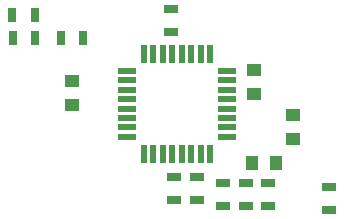
<source format=gbp>
G04 #@! TF.GenerationSoftware,KiCad,Pcbnew,(5.1.10-1-10_14)*
G04 #@! TF.CreationDate,2021-10-01T00:48:21-04:00*
G04 #@! TF.ProjectId,dashboard,64617368-626f-4617-9264-2e6b69636164,rev?*
G04 #@! TF.SameCoordinates,Original*
G04 #@! TF.FileFunction,Paste,Bot*
G04 #@! TF.FilePolarity,Positive*
%FSLAX46Y46*%
G04 Gerber Fmt 4.6, Leading zero omitted, Abs format (unit mm)*
G04 Created by KiCad (PCBNEW (5.1.10-1-10_14)) date 2021-10-01 00:48:21*
%MOMM*%
%LPD*%
G01*
G04 APERTURE LIST*
%ADD10R,1.600000X0.550000*%
%ADD11R,0.550000X1.600000*%
%ADD12R,1.300000X0.700000*%
%ADD13R,1.250000X1.000000*%
%ADD14R,0.700000X1.300000*%
%ADD15R,1.000000X1.250000*%
G04 APERTURE END LIST*
D10*
X70521140Y-45571760D03*
X70521140Y-46371760D03*
X70521140Y-47171760D03*
X70521140Y-47971760D03*
X70521140Y-48771760D03*
X70521140Y-49571760D03*
X70521140Y-50371760D03*
X70521140Y-51171760D03*
D11*
X69071140Y-52621760D03*
X68271140Y-52621760D03*
X67471140Y-52621760D03*
X66671140Y-52621760D03*
X65871140Y-52621760D03*
X65071140Y-52621760D03*
X64271140Y-52621760D03*
X63471140Y-52621760D03*
D10*
X62021140Y-51171760D03*
X62021140Y-50371760D03*
X62021140Y-49571760D03*
X62021140Y-48771760D03*
X62021140Y-47971760D03*
X62021140Y-47171760D03*
X62021140Y-46371760D03*
X62021140Y-45571760D03*
D11*
X63471140Y-44121760D03*
X64271140Y-44121760D03*
X65071140Y-44121760D03*
X65871140Y-44121760D03*
X66671140Y-44121760D03*
X67471140Y-44121760D03*
X68271140Y-44121760D03*
X69071140Y-44121760D03*
D12*
X65775840Y-40385960D03*
X65775840Y-42285960D03*
D13*
X57393840Y-46457360D03*
X57393840Y-48457360D03*
D12*
X72113140Y-55105260D03*
X72113140Y-57005260D03*
X79174340Y-55435460D03*
X79174340Y-57335460D03*
D14*
X52379840Y-42783760D03*
X54279840Y-42783760D03*
D13*
X72824340Y-45542960D03*
X72824340Y-47542960D03*
X76075540Y-51352960D03*
X76075540Y-49352960D03*
D15*
X72649840Y-53400960D03*
X74649840Y-53400960D03*
D14*
X54241740Y-40815260D03*
X52341740Y-40815260D03*
X58331140Y-42783760D03*
X56431140Y-42783760D03*
D12*
X74018140Y-55105260D03*
X74018140Y-57005260D03*
X70208140Y-55105260D03*
X70208140Y-57005260D03*
X66017140Y-54597260D03*
X66017140Y-56497260D03*
X67985640Y-56497260D03*
X67985640Y-54597260D03*
M02*

</source>
